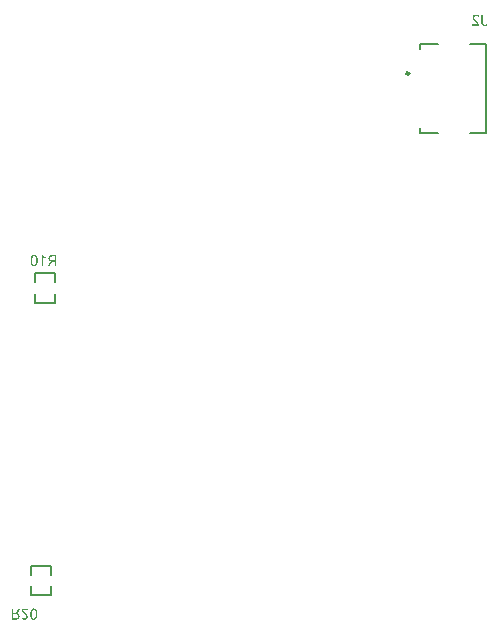
<source format=gbo>
G04*
G04 #@! TF.GenerationSoftware,Altium Limited,Altium Designer,21.0.9 (235)*
G04*
G04 Layer_Color=32896*
%FSLAX44Y44*%
%MOMM*%
G71*
G04*
G04 #@! TF.SameCoordinates,BC5F0FA3-8C3F-41DD-A052-AF4356C4A8CD*
G04*
G04*
G04 #@! TF.FilePolarity,Positive*
G04*
G01*
G75*
%ADD10C,0.2500*%
%ADD11C,0.2000*%
%ADD16C,0.1524*%
G36*
X1398430Y542875D02*
X1398333Y542681D01*
X1398250Y542514D01*
X1398167Y542376D01*
X1398098Y542265D01*
X1398056Y542196D01*
X1398042Y542168D01*
X1397917Y541946D01*
X1397793Y541752D01*
X1397668Y541558D01*
X1397571Y541391D01*
X1397473Y541253D01*
X1397404Y541155D01*
X1397363Y541086D01*
X1397349Y541058D01*
X1397224Y540864D01*
X1397099Y540684D01*
X1396988Y540518D01*
X1396877Y540379D01*
X1396794Y540268D01*
X1396725Y540171D01*
X1396683Y540115D01*
X1396669Y540101D01*
X1396558Y539949D01*
X1396447Y539796D01*
X1396364Y539685D01*
X1396281Y539574D01*
X1396225Y539505D01*
X1396184Y539436D01*
X1396156Y539408D01*
X1396142Y539394D01*
X1396475Y539255D01*
X1396766Y539103D01*
X1397016Y538950D01*
X1397210Y538784D01*
X1397363Y538645D01*
X1397487Y538534D01*
X1397543Y538451D01*
X1397571Y538437D01*
Y538423D01*
X1397737Y538174D01*
X1397862Y537896D01*
X1397945Y537633D01*
X1398014Y537383D01*
X1398042Y537175D01*
X1398056Y537078D01*
Y536995D01*
X1398070Y536926D01*
Y536884D01*
Y536856D01*
Y536842D01*
X1398056Y536579D01*
X1398028Y536329D01*
X1397973Y536093D01*
X1397903Y535885D01*
X1397834Y535691D01*
X1397751Y535511D01*
X1397654Y535345D01*
X1397557Y535206D01*
X1397460Y535067D01*
X1397363Y534956D01*
X1397279Y534859D01*
X1397210Y534790D01*
X1397141Y534734D01*
X1397085Y534679D01*
X1397057Y534665D01*
X1397044Y534651D01*
X1396836Y534526D01*
X1396628Y534402D01*
X1396392Y534304D01*
X1396142Y534221D01*
X1395643Y534096D01*
X1395171Y534013D01*
X1394949Y533972D01*
X1394741Y533958D01*
X1394547Y533944D01*
X1394381Y533930D01*
X1394256Y533916D01*
X1394062D01*
X1393632Y533930D01*
X1393424D01*
X1393244Y533944D01*
X1393077Y533958D01*
X1392939D01*
X1392855Y533972D01*
X1392828D01*
X1392578Y533985D01*
X1392356Y534013D01*
X1392148Y534041D01*
X1391968Y534082D01*
X1391815Y534110D01*
X1391704Y534124D01*
X1391635Y534152D01*
X1391607D01*
Y543263D01*
X1392897D01*
Y539644D01*
X1394797D01*
X1394991Y539879D01*
X1395088Y540004D01*
X1395171Y540115D01*
X1395241Y540212D01*
X1395296Y540296D01*
X1395338Y540351D01*
X1395352Y540365D01*
X1395587Y540670D01*
X1395698Y540823D01*
X1395795Y540961D01*
X1395879Y541072D01*
X1395934Y541169D01*
X1395976Y541225D01*
X1395990Y541253D01*
X1396225Y541613D01*
X1396322Y541780D01*
X1396420Y541932D01*
X1396503Y542057D01*
X1396558Y542154D01*
X1396600Y542223D01*
X1396614Y542251D01*
X1396836Y542626D01*
X1396947Y542792D01*
X1397030Y542944D01*
X1397099Y543083D01*
X1397168Y543180D01*
X1397196Y543236D01*
X1397210Y543263D01*
X1398625D01*
X1398430Y542875D01*
D02*
G37*
G36*
X1405406Y542209D02*
X1401135D01*
X1401149Y542126D01*
X1401163Y542029D01*
X1401232Y541863D01*
X1401260Y541793D01*
X1401287Y541738D01*
X1401301Y541696D01*
X1401315Y541682D01*
X1401468Y541447D01*
X1401537Y541350D01*
X1401606Y541253D01*
X1401662Y541169D01*
X1401717Y541100D01*
X1401745Y541058D01*
X1401759Y541045D01*
X1401967Y540809D01*
X1402064Y540698D01*
X1402147Y540601D01*
X1402216Y540518D01*
X1402272Y540462D01*
X1402314Y540420D01*
X1402327Y540406D01*
X1402536Y540185D01*
X1402633Y540101D01*
X1402716Y540018D01*
X1402771Y539949D01*
X1402827Y539907D01*
X1402854Y539879D01*
X1402868Y539866D01*
X1403160Y539574D01*
X1403298Y539436D01*
X1403423Y539311D01*
X1403520Y539200D01*
X1403603Y539117D01*
X1403659Y539061D01*
X1403673Y539047D01*
X1403950Y538728D01*
X1404075Y538590D01*
X1404186Y538451D01*
X1404269Y538340D01*
X1404338Y538257D01*
X1404380Y538201D01*
X1404394Y538188D01*
X1404616Y537869D01*
X1404699Y537716D01*
X1404768Y537591D01*
X1404824Y537480D01*
X1404865Y537383D01*
X1404893Y537328D01*
X1404907Y537314D01*
X1404976Y537147D01*
X1405018Y536967D01*
X1405060Y536815D01*
X1405073Y536676D01*
X1405087Y536551D01*
X1405101Y536454D01*
Y536399D01*
Y536371D01*
X1405087Y536149D01*
X1405073Y535941D01*
X1404990Y535553D01*
X1404935Y535386D01*
X1404865Y535234D01*
X1404796Y535095D01*
X1404740Y534956D01*
X1404671Y534845D01*
X1404602Y534748D01*
X1404532Y534665D01*
X1404477Y534596D01*
X1404435Y534540D01*
X1404394Y534499D01*
X1404380Y534485D01*
X1404366Y534471D01*
X1404227Y534346D01*
X1404061Y534249D01*
X1403895Y534152D01*
X1403714Y534082D01*
X1403354Y533958D01*
X1402993Y533875D01*
X1402827Y533847D01*
X1402674Y533833D01*
X1402536Y533805D01*
X1402411D01*
X1402314Y533791D01*
X1401995D01*
X1401828Y533805D01*
X1401676Y533833D01*
X1401537Y533847D01*
X1401426Y533875D01*
X1401343Y533902D01*
X1401287Y533916D01*
X1401273D01*
X1400982Y534013D01*
X1400857Y534069D01*
X1400746Y534110D01*
X1400649Y534152D01*
X1400580Y534193D01*
X1400538Y534207D01*
X1400525Y534221D01*
X1400289Y534346D01*
X1400192Y534402D01*
X1400108Y534457D01*
X1400039Y534512D01*
X1399984Y534554D01*
X1399956Y534568D01*
X1399942Y534582D01*
X1399789Y534707D01*
X1399679Y534818D01*
X1399623Y534873D01*
X1399595Y534901D01*
X1400206Y535788D01*
X1400289Y535719D01*
X1400372Y535636D01*
X1400441Y535580D01*
X1400469Y535553D01*
X1400608Y535442D01*
X1400746Y535345D01*
X1400816Y535317D01*
X1400857Y535289D01*
X1400885Y535261D01*
X1400899D01*
X1401107Y535164D01*
X1401287Y535081D01*
X1401371Y535053D01*
X1401426Y535026D01*
X1401468Y535012D01*
X1401481D01*
X1401731Y534942D01*
X1401842Y534929D01*
X1401953Y534915D01*
X1402050Y534901D01*
X1402189D01*
X1402424Y534915D01*
X1402522Y534929D01*
X1402619Y534942D01*
X1402688Y534970D01*
X1402744Y534984D01*
X1402785Y534998D01*
X1402799D01*
X1403007Y535081D01*
X1403160Y535164D01*
X1403215Y535206D01*
X1403257Y535247D01*
X1403284Y535261D01*
X1403298Y535275D01*
X1403451Y535428D01*
X1403562Y535566D01*
X1403589Y535636D01*
X1403617Y535691D01*
X1403645Y535719D01*
Y535733D01*
X1403728Y535955D01*
X1403770Y536177D01*
X1403784Y536274D01*
Y536343D01*
Y536399D01*
Y536412D01*
Y536551D01*
X1403756Y536676D01*
X1403742Y536801D01*
X1403714Y536912D01*
X1403687Y536995D01*
X1403659Y537064D01*
X1403645Y537106D01*
X1403631Y537120D01*
X1403520Y537355D01*
X1403451Y537466D01*
X1403395Y537564D01*
X1403340Y537647D01*
X1403298Y537716D01*
X1403271Y537758D01*
X1403257Y537771D01*
X1403076Y538007D01*
X1402979Y538118D01*
X1402896Y538215D01*
X1402827Y538285D01*
X1402771Y538354D01*
X1402730Y538396D01*
X1402716Y538410D01*
X1402494Y538631D01*
X1402383Y538742D01*
X1402286Y538839D01*
X1402203Y538923D01*
X1402133Y538978D01*
X1402092Y539020D01*
X1402078Y539034D01*
X1401787Y539339D01*
X1401648Y539477D01*
X1401523Y539602D01*
X1401412Y539713D01*
X1401329Y539796D01*
X1401273Y539852D01*
X1401260Y539866D01*
X1400968Y540185D01*
X1400844Y540337D01*
X1400733Y540490D01*
X1400636Y540601D01*
X1400566Y540698D01*
X1400525Y540753D01*
X1400511Y540781D01*
X1400289Y541142D01*
X1400192Y541308D01*
X1400122Y541460D01*
X1400053Y541599D01*
X1400011Y541696D01*
X1399984Y541766D01*
X1399970Y541793D01*
X1399901Y542001D01*
X1399859Y542209D01*
X1399817Y542404D01*
X1399803Y542584D01*
X1399789Y542736D01*
X1399776Y542847D01*
Y542931D01*
Y542944D01*
Y542958D01*
Y543055D01*
Y543097D01*
Y543111D01*
Y543166D01*
Y543222D01*
Y543250D01*
Y543263D01*
X1405406D01*
Y542209D01*
D02*
G37*
G36*
X1410413Y543444D02*
X1410662Y543402D01*
X1410898Y543347D01*
X1411120Y543263D01*
X1411328Y543166D01*
X1411508Y543055D01*
X1411675Y542944D01*
X1411827Y542834D01*
X1411966Y542723D01*
X1412091Y542598D01*
X1412188Y542501D01*
X1412271Y542404D01*
X1412340Y542320D01*
X1412382Y542265D01*
X1412410Y542223D01*
X1412424Y542209D01*
X1412576Y541960D01*
X1412701Y541696D01*
X1412812Y541419D01*
X1412909Y541128D01*
X1412992Y540823D01*
X1413048Y540531D01*
X1413103Y540240D01*
X1413159Y539949D01*
X1413186Y539685D01*
X1413214Y539436D01*
X1413228Y539214D01*
X1413242Y539020D01*
X1413256Y538853D01*
Y538728D01*
Y538659D01*
Y538631D01*
X1413242Y538201D01*
X1413214Y537813D01*
X1413172Y537439D01*
X1413131Y537092D01*
X1413062Y536773D01*
X1412992Y536482D01*
X1412923Y536204D01*
X1412840Y535969D01*
X1412757Y535761D01*
X1412687Y535566D01*
X1412618Y535414D01*
X1412549Y535289D01*
X1412507Y535178D01*
X1412465Y535109D01*
X1412437Y535067D01*
X1412424Y535053D01*
X1412257Y534831D01*
X1412091Y534637D01*
X1411911Y534471D01*
X1411730Y534318D01*
X1411536Y534207D01*
X1411342Y534096D01*
X1411162Y534013D01*
X1410981Y533944D01*
X1410815Y533902D01*
X1410648Y533861D01*
X1410510Y533833D01*
X1410385Y533805D01*
X1410288D01*
X1410219Y533791D01*
X1410149D01*
X1409886Y533805D01*
X1409636Y533847D01*
X1409400Y533902D01*
X1409178Y533985D01*
X1408970Y534082D01*
X1408790Y534193D01*
X1408624Y534304D01*
X1408471Y534415D01*
X1408333Y534540D01*
X1408208Y534651D01*
X1408111Y534762D01*
X1408027Y534859D01*
X1407958Y534942D01*
X1407916Y534998D01*
X1407889Y535039D01*
X1407875Y535053D01*
X1407736Y535303D01*
X1407611Y535566D01*
X1407500Y535844D01*
X1407403Y536135D01*
X1407320Y536440D01*
X1407251Y536731D01*
X1407209Y537023D01*
X1407154Y537314D01*
X1407126Y537577D01*
X1407098Y537827D01*
X1407084Y538049D01*
X1407070Y538243D01*
X1407057Y538410D01*
Y538534D01*
Y538604D01*
Y538631D01*
X1407070Y539061D01*
X1407098Y539450D01*
X1407126Y539824D01*
X1407181Y540171D01*
X1407251Y540490D01*
X1407320Y540781D01*
X1407389Y541058D01*
X1407473Y541294D01*
X1407542Y541502D01*
X1407611Y541696D01*
X1407681Y541849D01*
X1407750Y541974D01*
X1407805Y542085D01*
X1407833Y542154D01*
X1407861Y542196D01*
X1407875Y542209D01*
X1408041Y542431D01*
X1408208Y542626D01*
X1408388Y542792D01*
X1408582Y542931D01*
X1408762Y543055D01*
X1408956Y543153D01*
X1409137Y543236D01*
X1409317Y543305D01*
X1409483Y543347D01*
X1409650Y543388D01*
X1409789Y543416D01*
X1409913Y543444D01*
X1410011D01*
X1410080Y543458D01*
X1410149D01*
X1410413Y543444D01*
D02*
G37*
G36*
X1417937Y842375D02*
X1418173Y842139D01*
X1418395Y841945D01*
X1418589Y841778D01*
X1418769Y841640D01*
X1418908Y841543D01*
X1418963Y841501D01*
X1419005Y841487D01*
X1419019Y841459D01*
X1419033D01*
X1419296Y841293D01*
X1419560Y841154D01*
X1419809Y841015D01*
X1420031Y840918D01*
X1420225Y840821D01*
X1420378Y840766D01*
X1420433Y840738D01*
X1420475Y840724D01*
X1420489Y840710D01*
X1420503D01*
X1420128Y839781D01*
X1419920Y839850D01*
X1419726Y839920D01*
X1419657Y839961D01*
X1419601Y839975D01*
X1419560Y840003D01*
X1419546D01*
X1419324Y840100D01*
X1419227Y840156D01*
X1419144Y840197D01*
X1419074Y840225D01*
X1419019Y840253D01*
X1418991Y840281D01*
X1418977D01*
X1418783Y840391D01*
X1418617Y840489D01*
X1418547Y840530D01*
X1418506Y840558D01*
X1418478Y840586D01*
X1418464D01*
X1418298Y840710D01*
X1418173Y840807D01*
X1418090Y840863D01*
X1418076Y840891D01*
X1418062D01*
Y833374D01*
X1416814D01*
Y842624D01*
X1417701D01*
X1417937Y842375D01*
D02*
G37*
G36*
X1426979Y842707D02*
X1427187D01*
X1427368Y842694D01*
X1427534Y842680D01*
X1427673D01*
X1427756Y842666D01*
X1427784D01*
X1428033Y842652D01*
X1428255Y842624D01*
X1428463Y842597D01*
X1428643Y842555D01*
X1428796Y842527D01*
X1428907Y842513D01*
X1428976Y842486D01*
X1429004D01*
Y833374D01*
X1427714D01*
Y836994D01*
X1425814D01*
X1425620Y836758D01*
X1425523Y836633D01*
X1425440Y836522D01*
X1425370Y836425D01*
X1425315Y836342D01*
X1425273Y836286D01*
X1425260Y836273D01*
X1425024Y835967D01*
X1424913Y835815D01*
X1424816Y835676D01*
X1424733Y835565D01*
X1424677Y835468D01*
X1424635Y835413D01*
X1424622Y835385D01*
X1424386Y835024D01*
X1424289Y834858D01*
X1424192Y834705D01*
X1424108Y834581D01*
X1424053Y834483D01*
X1424011Y834414D01*
X1423997Y834386D01*
X1423776Y834012D01*
X1423665Y833846D01*
X1423582Y833693D01*
X1423512Y833554D01*
X1423443Y833457D01*
X1423415Y833402D01*
X1423401Y833374D01*
X1421987D01*
X1422181Y833762D01*
X1422278Y833957D01*
X1422361Y834123D01*
X1422444Y834262D01*
X1422514Y834372D01*
X1422555Y834442D01*
X1422569Y834470D01*
X1422694Y834691D01*
X1422819Y834886D01*
X1422944Y835080D01*
X1423041Y835246D01*
X1423138Y835385D01*
X1423207Y835482D01*
X1423249Y835551D01*
X1423262Y835579D01*
X1423387Y835773D01*
X1423512Y835954D01*
X1423623Y836120D01*
X1423734Y836259D01*
X1423817Y836370D01*
X1423887Y836467D01*
X1423928Y836522D01*
X1423942Y836536D01*
X1424053Y836689D01*
X1424164Y836841D01*
X1424247Y836952D01*
X1424330Y837063D01*
X1424386Y837132D01*
X1424427Y837202D01*
X1424455Y837229D01*
X1424469Y837243D01*
X1424136Y837382D01*
X1423845Y837534D01*
X1423595Y837687D01*
X1423401Y837853D01*
X1423249Y837992D01*
X1423124Y838103D01*
X1423068Y838186D01*
X1423041Y838200D01*
Y838214D01*
X1422874Y838464D01*
X1422749Y838741D01*
X1422666Y839005D01*
X1422597Y839254D01*
X1422569Y839462D01*
X1422555Y839559D01*
Y839642D01*
X1422541Y839712D01*
Y839753D01*
Y839781D01*
Y839795D01*
X1422555Y840059D01*
X1422583Y840308D01*
X1422638Y840544D01*
X1422708Y840752D01*
X1422777Y840946D01*
X1422860Y841126D01*
X1422957Y841293D01*
X1423055Y841432D01*
X1423152Y841570D01*
X1423249Y841681D01*
X1423332Y841778D01*
X1423401Y841848D01*
X1423470Y841903D01*
X1423526Y841958D01*
X1423554Y841972D01*
X1423568Y841986D01*
X1423776Y842111D01*
X1423984Y842236D01*
X1424219Y842333D01*
X1424469Y842416D01*
X1424968Y842541D01*
X1425440Y842624D01*
X1425662Y842666D01*
X1425870Y842680D01*
X1426064Y842694D01*
X1426230Y842707D01*
X1426355Y842721D01*
X1426549D01*
X1426979Y842707D01*
D02*
G37*
G36*
X1410725Y842832D02*
X1410975Y842791D01*
X1411211Y842735D01*
X1411433Y842652D01*
X1411641Y842555D01*
X1411821Y842444D01*
X1411987Y842333D01*
X1412140Y842222D01*
X1412279Y842097D01*
X1412404Y841986D01*
X1412501Y841875D01*
X1412584Y841778D01*
X1412653Y841695D01*
X1412695Y841640D01*
X1412722Y841598D01*
X1412736Y841584D01*
X1412875Y841335D01*
X1413000Y841071D01*
X1413111Y840794D01*
X1413208Y840502D01*
X1413291Y840197D01*
X1413360Y839906D01*
X1413402Y839615D01*
X1413457Y839324D01*
X1413485Y839060D01*
X1413513Y838810D01*
X1413527Y838588D01*
X1413541Y838394D01*
X1413555Y838228D01*
Y838103D01*
Y838034D01*
Y838006D01*
X1413541Y837576D01*
X1413513Y837188D01*
X1413485Y836813D01*
X1413430Y836467D01*
X1413360Y836148D01*
X1413291Y835856D01*
X1413222Y835579D01*
X1413139Y835343D01*
X1413069Y835135D01*
X1413000Y834941D01*
X1412930Y834789D01*
X1412861Y834664D01*
X1412806Y834553D01*
X1412778Y834483D01*
X1412750Y834442D01*
X1412736Y834428D01*
X1412570Y834206D01*
X1412404Y834012D01*
X1412223Y833846D01*
X1412029Y833707D01*
X1411849Y833582D01*
X1411655Y833485D01*
X1411474Y833402D01*
X1411294Y833332D01*
X1411128Y833291D01*
X1410961Y833249D01*
X1410822Y833221D01*
X1410698Y833194D01*
X1410601D01*
X1410531Y833180D01*
X1410462D01*
X1410198Y833194D01*
X1409949Y833235D01*
X1409713Y833291D01*
X1409491Y833374D01*
X1409283Y833471D01*
X1409103Y833582D01*
X1408936Y833693D01*
X1408784Y833804D01*
X1408645Y833915D01*
X1408520Y834040D01*
X1408423Y834137D01*
X1408340Y834234D01*
X1408271Y834317D01*
X1408229Y834372D01*
X1408201Y834414D01*
X1408188Y834428D01*
X1408035Y834678D01*
X1407910Y834941D01*
X1407799Y835219D01*
X1407702Y835510D01*
X1407619Y835815D01*
X1407563Y836106D01*
X1407508Y836397D01*
X1407453Y836689D01*
X1407425Y836952D01*
X1407397Y837202D01*
X1407383Y837424D01*
X1407369Y837618D01*
X1407355Y837784D01*
Y837909D01*
Y837978D01*
Y838006D01*
X1407369Y838436D01*
X1407397Y838824D01*
X1407439Y839199D01*
X1407480Y839545D01*
X1407550Y839864D01*
X1407619Y840156D01*
X1407688Y840433D01*
X1407771Y840669D01*
X1407855Y840877D01*
X1407924Y841071D01*
X1407993Y841224D01*
X1408063Y841348D01*
X1408104Y841459D01*
X1408146Y841529D01*
X1408174Y841570D01*
X1408188Y841584D01*
X1408354Y841806D01*
X1408520Y842000D01*
X1408701Y842167D01*
X1408881Y842319D01*
X1409075Y842430D01*
X1409269Y842541D01*
X1409450Y842624D01*
X1409630Y842694D01*
X1409796Y842735D01*
X1409963Y842777D01*
X1410101Y842804D01*
X1410226Y842832D01*
X1410323D01*
X1410393Y842846D01*
X1410462D01*
X1410725Y842832D01*
D02*
G37*
G36*
X1784982Y1046286D02*
X1785135Y1046258D01*
X1785274Y1046245D01*
X1785385Y1046217D01*
X1785468Y1046189D01*
X1785523Y1046175D01*
X1785537D01*
X1785828Y1046078D01*
X1785953Y1046023D01*
X1786064Y1045981D01*
X1786161Y1045939D01*
X1786231Y1045898D01*
X1786272Y1045884D01*
X1786286Y1045870D01*
X1786522Y1045745D01*
X1786619Y1045690D01*
X1786702Y1045634D01*
X1786771Y1045579D01*
X1786827Y1045537D01*
X1786855Y1045524D01*
X1786868Y1045510D01*
X1787021Y1045385D01*
X1787132Y1045274D01*
X1787188Y1045218D01*
X1787215Y1045191D01*
X1786605Y1044303D01*
X1786522Y1044372D01*
X1786439Y1044456D01*
X1786369Y1044511D01*
X1786342Y1044539D01*
X1786203Y1044650D01*
X1786064Y1044747D01*
X1785995Y1044775D01*
X1785953Y1044802D01*
X1785925Y1044830D01*
X1785912D01*
X1785704Y1044927D01*
X1785523Y1045010D01*
X1785440Y1045038D01*
X1785385Y1045066D01*
X1785343Y1045080D01*
X1785329D01*
X1785079Y1045149D01*
X1784969Y1045163D01*
X1784858Y1045177D01*
X1784760Y1045191D01*
X1784622D01*
X1784386Y1045177D01*
X1784289Y1045163D01*
X1784192Y1045149D01*
X1784123Y1045121D01*
X1784067Y1045107D01*
X1784026Y1045094D01*
X1784012D01*
X1783804Y1045010D01*
X1783651Y1044927D01*
X1783596Y1044885D01*
X1783554Y1044844D01*
X1783526Y1044830D01*
X1783512Y1044816D01*
X1783360Y1044664D01*
X1783249Y1044525D01*
X1783221Y1044456D01*
X1783193Y1044400D01*
X1783166Y1044372D01*
Y1044359D01*
X1783082Y1044137D01*
X1783041Y1043915D01*
X1783027Y1043818D01*
Y1043748D01*
Y1043693D01*
Y1043679D01*
Y1043540D01*
X1783055Y1043416D01*
X1783069Y1043291D01*
X1783096Y1043180D01*
X1783124Y1043096D01*
X1783152Y1043027D01*
X1783166Y1042986D01*
X1783179Y1042972D01*
X1783291Y1042736D01*
X1783360Y1042625D01*
X1783415Y1042528D01*
X1783471Y1042445D01*
X1783512Y1042375D01*
X1783540Y1042334D01*
X1783554Y1042320D01*
X1783734Y1042084D01*
X1783831Y1041973D01*
X1783914Y1041876D01*
X1783984Y1041807D01*
X1784039Y1041737D01*
X1784081Y1041696D01*
X1784095Y1041682D01*
X1784317Y1041460D01*
X1784428Y1041349D01*
X1784525Y1041252D01*
X1784608Y1041169D01*
X1784677Y1041113D01*
X1784719Y1041072D01*
X1784733Y1041058D01*
X1785024Y1040753D01*
X1785163Y1040614D01*
X1785287Y1040489D01*
X1785399Y1040378D01*
X1785482Y1040295D01*
X1785537Y1040240D01*
X1785551Y1040226D01*
X1785842Y1039907D01*
X1785967Y1039754D01*
X1786078Y1039602D01*
X1786175Y1039491D01*
X1786244Y1039394D01*
X1786286Y1039338D01*
X1786300Y1039310D01*
X1786522Y1038950D01*
X1786619Y1038783D01*
X1786688Y1038631D01*
X1786758Y1038492D01*
X1786799Y1038395D01*
X1786827Y1038326D01*
X1786841Y1038298D01*
X1786910Y1038090D01*
X1786952Y1037882D01*
X1786993Y1037688D01*
X1787007Y1037508D01*
X1787021Y1037355D01*
X1787035Y1037244D01*
Y1037161D01*
Y1037147D01*
Y1037133D01*
Y1037036D01*
Y1036994D01*
Y1036981D01*
Y1036925D01*
Y1036870D01*
Y1036842D01*
Y1036828D01*
X1781404D01*
Y1037882D01*
X1785676D01*
X1785662Y1037965D01*
X1785648Y1038062D01*
X1785579Y1038229D01*
X1785551Y1038298D01*
X1785523Y1038354D01*
X1785509Y1038395D01*
X1785495Y1038409D01*
X1785343Y1038645D01*
X1785274Y1038742D01*
X1785204Y1038839D01*
X1785149Y1038922D01*
X1785093Y1038991D01*
X1785066Y1039033D01*
X1785052Y1039047D01*
X1784844Y1039283D01*
X1784747Y1039394D01*
X1784663Y1039491D01*
X1784594Y1039574D01*
X1784539Y1039629D01*
X1784497Y1039671D01*
X1784483Y1039685D01*
X1784275Y1039907D01*
X1784178Y1039990D01*
X1784095Y1040073D01*
X1784039Y1040143D01*
X1783984Y1040184D01*
X1783956Y1040212D01*
X1783942Y1040226D01*
X1783651Y1040517D01*
X1783512Y1040656D01*
X1783387Y1040780D01*
X1783291Y1040891D01*
X1783207Y1040975D01*
X1783152Y1041030D01*
X1783138Y1041044D01*
X1782861Y1041363D01*
X1782736Y1041502D01*
X1782625Y1041640D01*
X1782542Y1041751D01*
X1782472Y1041834D01*
X1782431Y1041890D01*
X1782417Y1041904D01*
X1782195Y1042223D01*
X1782112Y1042375D01*
X1782042Y1042500D01*
X1781987Y1042611D01*
X1781945Y1042708D01*
X1781918Y1042764D01*
X1781904Y1042777D01*
X1781834Y1042944D01*
X1781793Y1043124D01*
X1781751Y1043277D01*
X1781737Y1043416D01*
X1781723Y1043540D01*
X1781709Y1043637D01*
Y1043693D01*
Y1043721D01*
X1781723Y1043942D01*
X1781737Y1044150D01*
X1781820Y1044539D01*
X1781876Y1044705D01*
X1781945Y1044858D01*
X1782015Y1044996D01*
X1782070Y1045135D01*
X1782139Y1045246D01*
X1782209Y1045343D01*
X1782278Y1045426D01*
X1782334Y1045496D01*
X1782375Y1045551D01*
X1782417Y1045593D01*
X1782431Y1045607D01*
X1782444Y1045621D01*
X1782583Y1045745D01*
X1782750Y1045843D01*
X1782916Y1045939D01*
X1783096Y1046009D01*
X1783457Y1046134D01*
X1783817Y1046217D01*
X1783984Y1046245D01*
X1784136Y1046258D01*
X1784275Y1046286D01*
X1784400D01*
X1784497Y1046300D01*
X1784816D01*
X1784982Y1046286D01*
D02*
G37*
G36*
X1790308Y1039921D02*
Y1039713D01*
X1790322Y1039505D01*
X1790349Y1039324D01*
X1790377Y1039158D01*
X1790405Y1039019D01*
X1790447Y1038880D01*
X1790488Y1038756D01*
X1790530Y1038645D01*
X1790613Y1038478D01*
X1790682Y1038354D01*
X1790738Y1038284D01*
X1790752Y1038256D01*
X1790946Y1038090D01*
X1791154Y1037979D01*
X1791390Y1037896D01*
X1791625Y1037827D01*
X1791833Y1037799D01*
X1791931Y1037785D01*
X1792014D01*
X1792069Y1037771D01*
X1792166D01*
X1792402Y1037785D01*
X1792624Y1037799D01*
X1792818Y1037840D01*
X1792971Y1037882D01*
X1793109Y1037910D01*
X1793206Y1037951D01*
X1793262Y1037965D01*
X1793290Y1037979D01*
X1793442Y1038062D01*
X1793595Y1038146D01*
X1793706Y1038215D01*
X1793817Y1038284D01*
X1793900Y1038326D01*
X1793955Y1038367D01*
X1793997Y1038395D01*
X1794011Y1038409D01*
X1794510Y1037369D01*
X1794399Y1037286D01*
X1794288Y1037202D01*
X1794205Y1037147D01*
X1794177Y1037119D01*
X1794163D01*
X1793983Y1037036D01*
X1793803Y1036953D01*
X1793733Y1036925D01*
X1793678Y1036897D01*
X1793636Y1036883D01*
X1793622D01*
X1793387Y1036814D01*
X1793276Y1036786D01*
X1793165Y1036759D01*
X1793082Y1036745D01*
X1793012Y1036731D01*
X1792957Y1036717D01*
X1792943D01*
X1792652Y1036675D01*
X1792499Y1036648D01*
X1792374D01*
X1792263Y1036634D01*
X1792097D01*
X1791778Y1036648D01*
X1791487Y1036675D01*
X1791237Y1036703D01*
X1791015Y1036759D01*
X1790849Y1036800D01*
X1790724Y1036828D01*
X1790641Y1036856D01*
X1790613Y1036870D01*
X1790405Y1036967D01*
X1790211Y1037078D01*
X1790058Y1037189D01*
X1789920Y1037299D01*
X1789809Y1037397D01*
X1789739Y1037480D01*
X1789684Y1037535D01*
X1789670Y1037549D01*
X1789545Y1037716D01*
X1789434Y1037896D01*
X1789351Y1038062D01*
X1789282Y1038229D01*
X1789240Y1038354D01*
X1789198Y1038465D01*
X1789171Y1038534D01*
Y1038561D01*
X1789115Y1038783D01*
X1789088Y1038991D01*
X1789060Y1039200D01*
X1789032Y1039394D01*
Y1039560D01*
X1789018Y1039685D01*
Y1039768D01*
Y1039782D01*
Y1039796D01*
Y1046078D01*
X1790308D01*
Y1039921D01*
D02*
G37*
%LPC*%
G36*
X1394062Y538576D02*
X1392897D01*
Y535095D01*
X1393077Y535081D01*
X1393271Y535067D01*
X1393479D01*
X1393687Y535053D01*
X1394353D01*
X1394533Y535067D01*
X1394700Y535081D01*
X1394852Y535095D01*
X1394977Y535109D01*
X1395060Y535123D01*
X1395130Y535136D01*
X1395144D01*
X1395310Y535178D01*
X1395463Y535220D01*
X1395601Y535261D01*
X1395726Y535317D01*
X1395823Y535358D01*
X1395892Y535400D01*
X1395934Y535414D01*
X1395948Y535428D01*
X1396073Y535511D01*
X1396184Y535594D01*
X1396281Y535677D01*
X1396350Y535774D01*
X1396420Y535844D01*
X1396461Y535913D01*
X1396489Y535955D01*
X1396503Y535969D01*
X1396572Y536107D01*
X1396628Y536246D01*
X1396655Y536399D01*
X1396683Y536523D01*
X1396697Y536648D01*
X1396711Y536745D01*
Y536801D01*
Y536828D01*
X1396697Y537037D01*
X1396683Y537217D01*
X1396641Y537369D01*
X1396614Y537494D01*
X1396572Y537605D01*
X1396530Y537674D01*
X1396517Y537730D01*
X1396503Y537744D01*
X1396420Y537855D01*
X1396322Y537966D01*
X1396225Y538063D01*
X1396128Y538132D01*
X1396045Y538188D01*
X1395976Y538229D01*
X1395934Y538257D01*
X1395920Y538271D01*
X1395782Y538326D01*
X1395629Y538382D01*
X1395477Y538423D01*
X1395338Y538465D01*
X1395213Y538493D01*
X1395116Y538507D01*
X1395047Y538520D01*
X1395019D01*
X1394811Y538534D01*
X1394603Y538548D01*
X1394409Y538562D01*
X1394214D01*
X1394062Y538576D01*
D02*
G37*
G36*
X1410232Y542362D02*
X1410149D01*
X1409969Y542348D01*
X1409803Y542320D01*
X1409650Y542265D01*
X1409525Y542209D01*
X1409428Y542168D01*
X1409359Y542112D01*
X1409303Y542085D01*
X1409289Y542071D01*
X1409165Y541946D01*
X1409054Y541821D01*
X1408956Y541682D01*
X1408887Y541558D01*
X1408818Y541447D01*
X1408776Y541350D01*
X1408748Y541294D01*
X1408735Y541266D01*
X1408665Y541072D01*
X1408596Y540864D01*
X1408554Y540656D01*
X1408513Y540476D01*
X1408485Y540309D01*
X1408457Y540185D01*
X1408443Y540101D01*
Y540088D01*
Y540074D01*
X1408402Y539561D01*
X1408374Y539325D01*
Y539103D01*
X1408360Y538909D01*
Y538756D01*
Y538701D01*
Y538659D01*
Y538645D01*
Y538631D01*
Y538354D01*
X1408374Y538091D01*
X1408388Y537841D01*
X1408402Y537619D01*
X1408416Y537439D01*
X1408430Y537300D01*
Y537258D01*
X1408443Y537217D01*
Y537203D01*
Y537189D01*
X1408485Y536939D01*
X1408527Y536717D01*
X1408568Y536523D01*
X1408624Y536343D01*
X1408665Y536204D01*
X1408707Y536093D01*
X1408721Y536038D01*
X1408735Y536010D01*
X1408818Y535830D01*
X1408915Y535663D01*
X1408998Y535525D01*
X1409095Y535414D01*
X1409165Y535317D01*
X1409234Y535247D01*
X1409276Y535206D01*
X1409289Y535192D01*
X1409428Y535095D01*
X1409567Y535012D01*
X1409719Y534956D01*
X1409844Y534929D01*
X1409969Y534901D01*
X1410066Y534887D01*
X1410149D01*
X1410329Y534901D01*
X1410496Y534929D01*
X1410648Y534984D01*
X1410773Y535039D01*
X1410870Y535095D01*
X1410954Y535150D01*
X1410995Y535178D01*
X1411009Y535192D01*
X1411134Y535317D01*
X1411245Y535442D01*
X1411342Y535580D01*
X1411411Y535719D01*
X1411481Y535830D01*
X1411522Y535927D01*
X1411550Y535983D01*
X1411564Y536010D01*
X1411633Y536204D01*
X1411703Y536399D01*
X1411744Y536607D01*
X1411786Y536787D01*
X1411813Y536953D01*
X1411841Y537078D01*
X1411855Y537161D01*
Y537175D01*
Y537189D01*
X1411911Y537702D01*
X1411924Y537938D01*
X1411938Y538160D01*
X1411952Y538354D01*
Y538507D01*
Y538562D01*
Y538604D01*
Y538618D01*
Y538631D01*
Y538909D01*
X1411938Y539172D01*
X1411924Y539422D01*
X1411911Y539644D01*
X1411883Y539824D01*
X1411869Y539949D01*
Y540004D01*
X1411855Y540046D01*
Y540060D01*
Y540074D01*
X1411813Y540323D01*
X1411772Y540545D01*
X1411730Y540753D01*
X1411675Y540920D01*
X1411633Y541072D01*
X1411591Y541169D01*
X1411578Y541239D01*
X1411564Y541266D01*
X1411481Y541447D01*
X1411384Y541599D01*
X1411300Y541738D01*
X1411203Y541849D01*
X1411134Y541946D01*
X1411064Y542015D01*
X1411023Y542057D01*
X1411009Y542071D01*
X1410870Y542168D01*
X1410732Y542237D01*
X1410579Y542293D01*
X1410454Y542320D01*
X1410329Y542348D01*
X1410232Y542362D01*
D02*
G37*
G36*
X1426924Y841584D02*
X1426258D01*
X1426078Y841570D01*
X1425911Y841556D01*
X1425759Y841543D01*
X1425634Y841529D01*
X1425551Y841515D01*
X1425481Y841501D01*
X1425468D01*
X1425301Y841459D01*
X1425149Y841418D01*
X1425010Y841376D01*
X1424885Y841321D01*
X1424788Y841279D01*
X1424719Y841237D01*
X1424677Y841224D01*
X1424663Y841210D01*
X1424538Y841126D01*
X1424427Y841043D01*
X1424330Y840960D01*
X1424261Y840863D01*
X1424192Y840794D01*
X1424150Y840724D01*
X1424122Y840683D01*
X1424108Y840669D01*
X1424039Y840530D01*
X1423984Y840391D01*
X1423956Y840239D01*
X1423928Y840114D01*
X1423914Y839989D01*
X1423900Y839892D01*
Y839837D01*
Y839809D01*
X1423914Y839601D01*
X1423928Y839421D01*
X1423970Y839268D01*
X1423997Y839143D01*
X1424039Y839032D01*
X1424081Y838963D01*
X1424095Y838907D01*
X1424108Y838894D01*
X1424192Y838783D01*
X1424289Y838672D01*
X1424386Y838575D01*
X1424483Y838505D01*
X1424566Y838450D01*
X1424635Y838408D01*
X1424677Y838381D01*
X1424691Y838367D01*
X1424830Y838311D01*
X1424982Y838256D01*
X1425135Y838214D01*
X1425273Y838173D01*
X1425398Y838145D01*
X1425495Y838131D01*
X1425565Y838117D01*
X1425592D01*
X1425800Y838103D01*
X1426008Y838089D01*
X1426203Y838075D01*
X1426397D01*
X1426549Y838062D01*
X1427714D01*
Y841543D01*
X1427534Y841556D01*
X1427340Y841570D01*
X1427132D01*
X1426924Y841584D01*
D02*
G37*
G36*
X1410545Y841750D02*
X1410462D01*
X1410282Y841737D01*
X1410115Y841709D01*
X1409963Y841653D01*
X1409838Y841598D01*
X1409741Y841543D01*
X1409658Y841487D01*
X1409616Y841459D01*
X1409602Y841445D01*
X1409477Y841321D01*
X1409366Y841196D01*
X1409269Y841057D01*
X1409200Y840918D01*
X1409131Y840807D01*
X1409089Y840710D01*
X1409061Y840655D01*
X1409047Y840627D01*
X1408978Y840433D01*
X1408909Y840239D01*
X1408867Y840031D01*
X1408826Y839850D01*
X1408798Y839684D01*
X1408770Y839559D01*
X1408756Y839476D01*
Y839462D01*
Y839448D01*
X1408701Y838935D01*
X1408687Y838699D01*
X1408673Y838478D01*
X1408659Y838283D01*
Y838131D01*
Y838075D01*
Y838034D01*
Y838020D01*
Y838006D01*
Y837729D01*
X1408673Y837465D01*
X1408687Y837215D01*
X1408701Y836994D01*
X1408728Y836813D01*
X1408742Y836689D01*
Y836633D01*
X1408756Y836591D01*
Y836578D01*
Y836564D01*
X1408798Y836314D01*
X1408839Y836092D01*
X1408881Y835884D01*
X1408936Y835718D01*
X1408978Y835565D01*
X1409020Y835468D01*
X1409034Y835399D01*
X1409047Y835371D01*
X1409131Y835191D01*
X1409228Y835038D01*
X1409311Y834900D01*
X1409408Y834789D01*
X1409477Y834691D01*
X1409547Y834622D01*
X1409588Y834581D01*
X1409602Y834567D01*
X1409741Y834470D01*
X1409879Y834400D01*
X1410032Y834345D01*
X1410157Y834317D01*
X1410282Y834289D01*
X1410379Y834275D01*
X1410462D01*
X1410642Y834289D01*
X1410809Y834317D01*
X1410961Y834372D01*
X1411086Y834428D01*
X1411183Y834470D01*
X1411252Y834525D01*
X1411308Y834553D01*
X1411322Y834567D01*
X1411447Y834691D01*
X1411558Y834816D01*
X1411655Y834955D01*
X1411724Y835080D01*
X1411793Y835191D01*
X1411835Y835288D01*
X1411863Y835343D01*
X1411877Y835371D01*
X1411946Y835565D01*
X1412015Y835773D01*
X1412057Y835981D01*
X1412098Y836161D01*
X1412126Y836328D01*
X1412154Y836453D01*
X1412168Y836536D01*
Y836550D01*
Y836564D01*
X1412209Y837077D01*
X1412237Y837313D01*
Y837534D01*
X1412251Y837729D01*
Y837881D01*
Y837937D01*
Y837978D01*
Y837992D01*
Y838006D01*
Y838283D01*
X1412237Y838547D01*
X1412223Y838796D01*
X1412209Y839018D01*
X1412195Y839199D01*
X1412182Y839337D01*
Y839379D01*
X1412168Y839421D01*
Y839435D01*
Y839448D01*
X1412126Y839698D01*
X1412085Y839920D01*
X1412043Y840114D01*
X1411987Y840294D01*
X1411946Y840433D01*
X1411904Y840544D01*
X1411890Y840599D01*
X1411877Y840627D01*
X1411793Y840807D01*
X1411696Y840974D01*
X1411613Y841113D01*
X1411516Y841224D01*
X1411447Y841321D01*
X1411377Y841390D01*
X1411336Y841432D01*
X1411322Y841445D01*
X1411183Y841543D01*
X1411044Y841626D01*
X1410892Y841681D01*
X1410767Y841709D01*
X1410642Y841737D01*
X1410545Y841750D01*
D02*
G37*
%LPD*%
D10*
X1728000Y996500D02*
G03*
X1728000Y996500I-1250J0D01*
G01*
D11*
X1779480Y1021000D02*
X1793250D01*
Y946000D02*
Y1021000D01*
X1779480Y946000D02*
X1793250D01*
X1737250D02*
X1752020D01*
X1737250D02*
Y950010D01*
Y1016990D02*
Y1021000D01*
X1752020D01*
D16*
X1428210Y802220D02*
Y809720D01*
X1411210Y802220D02*
X1428210D01*
X1411210D02*
Y809720D01*
Y819720D02*
Y827220D01*
X1428210D01*
Y819720D02*
Y827220D01*
X1424400Y554570D02*
Y562070D01*
X1407400Y554570D02*
X1424400D01*
X1407400D02*
Y562070D01*
Y572070D02*
Y579570D01*
X1424400D01*
Y572070D02*
Y579570D01*
M02*

</source>
